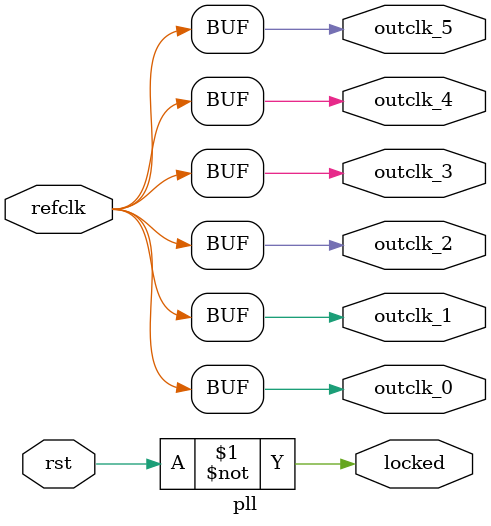
<source format=v>

module pll (
    input refclk,
    input rst,
    output outclk_0,  // sys_clk - 30 MHz
    output outclk_1,  // vga_clk - 25.11 MHz
    output outclk_2,  // pit_clk
    output outclk_3,  // 150 MHz (SignalTap II)
    output outclk_4,  // clk_mem - 120 MHz
    output outclk_5,  // clk_uart
    output locked
);

    // Simple stub - pass through reference clock
    assign outclk_0 = refclk;
    assign outclk_1 = refclk;
    assign outclk_2 = refclk;
    assign outclk_3 = refclk;
    assign outclk_4 = refclk;
    assign outclk_5 = refclk;
    assign locked = ~rst;

endmodule

</source>
